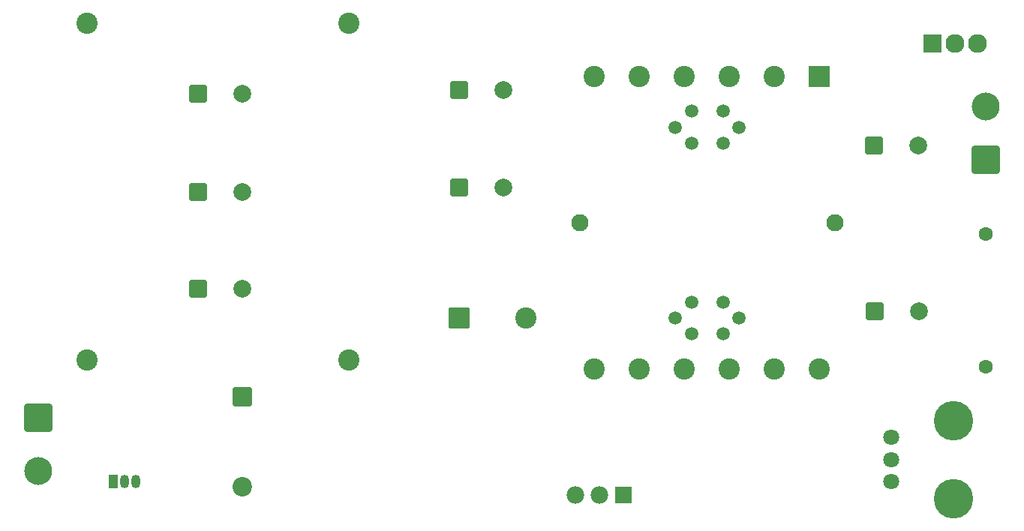
<source format=gbr>
%TF.GenerationSoftware,KiCad,Pcbnew,9.0.7*%
%TF.CreationDate,2026-01-07T19:43:00+01:00*%
%TF.ProjectId,power-electronics2,706f7765-722d-4656-9c65-6374726f6e69,rev?*%
%TF.SameCoordinates,Original*%
%TF.FileFunction,Soldermask,Bot*%
%TF.FilePolarity,Negative*%
%FSLAX46Y46*%
G04 Gerber Fmt 4.6, Leading zero omitted, Abs format (unit mm)*
G04 Created by KiCad (PCBNEW 9.0.7) date 2026-01-07 19:43:00*
%MOMM*%
%LPD*%
G01*
G04 APERTURE LIST*
G04 Aperture macros list*
%AMRoundRect*
0 Rectangle with rounded corners*
0 $1 Rounding radius*
0 $2 $3 $4 $5 $6 $7 $8 $9 X,Y pos of 4 corners*
0 Add a 4 corners polygon primitive as box body*
4,1,4,$2,$3,$4,$5,$6,$7,$8,$9,$2,$3,0*
0 Add four circle primitives for the rounded corners*
1,1,$1+$1,$2,$3*
1,1,$1+$1,$4,$5*
1,1,$1+$1,$6,$7*
1,1,$1+$1,$8,$9*
0 Add four rect primitives between the rounded corners*
20,1,$1+$1,$2,$3,$4,$5,0*
20,1,$1+$1,$4,$5,$6,$7,0*
20,1,$1+$1,$6,$7,$8,$9,0*
20,1,$1+$1,$8,$9,$2,$3,0*%
G04 Aperture macros list end*
%ADD10C,2.400000*%
%ADD11R,2.130000X2.130000*%
%ADD12C,2.130000*%
%ADD13RoundRect,0.249999X-0.850001X0.850001X-0.850001X-0.850001X0.850001X-0.850001X0.850001X0.850001X0*%
%ADD14C,2.200000*%
%ADD15R,1.050000X1.500000*%
%ADD16O,1.050000X1.500000*%
%ADD17RoundRect,0.250000X-0.750000X-0.750000X0.750000X-0.750000X0.750000X0.750000X-0.750000X0.750000X0*%
%ADD18C,2.000000*%
%ADD19C,1.500000*%
%ADD20C,1.950000*%
%ADD21C,1.600000*%
%ADD22R,2.400000X2.400000*%
%ADD23RoundRect,0.250000X1.325000X-1.325000X1.325000X1.325000X-1.325000X1.325000X-1.325000X-1.325000X0*%
%ADD24C,3.150000*%
%ADD25R,1.980000X1.980000*%
%ADD26C,1.980000*%
%ADD27C,1.800000*%
%ADD28C,4.460000*%
%ADD29RoundRect,0.250000X-1.325000X1.325000X-1.325000X-1.325000X1.325000X-1.325000X1.325000X1.325000X0*%
%ADD30RoundRect,0.250001X-0.949999X-0.949999X0.949999X-0.949999X0.949999X0.949999X-0.949999X0.949999X0*%
G04 APERTURE END LIST*
D10*
%TO.C,L4*%
X29677590Y-55377999D03*
X29677590Y-17377999D03*
%TD*%
D11*
%TO.C,D1*%
X125077589Y-19627999D03*
D12*
X127627589Y-19627999D03*
X130177590Y-19627999D03*
%TD*%
D13*
%TO.C,D2*%
X47177590Y-59547999D03*
D14*
X47177590Y-69707999D03*
%TD*%
D15*
%TO.C,Q2*%
X32637590Y-69127999D03*
D16*
X33907591Y-69127999D03*
X35177590Y-69127999D03*
%TD*%
D17*
%TO.C,C1*%
X118502590Y-31127999D03*
D18*
X123502590Y-31127999D03*
%TD*%
D17*
%TO.C,C7*%
X42206528Y-36377999D03*
D18*
X47206528Y-36377999D03*
%TD*%
D17*
%TO.C,C8*%
X71677590Y-24877999D03*
D18*
X76677590Y-24877999D03*
%TD*%
D17*
%TO.C,C6*%
X42177590Y-25342999D03*
D18*
X47177590Y-25342999D03*
%TD*%
D19*
%TO.C,L1*%
X97881539Y-27305641D03*
X96085488Y-29101692D03*
X97881539Y-30897743D03*
X97881539Y-48858256D03*
X96085488Y-50654307D03*
X97881539Y-52450358D03*
X101473641Y-52450358D03*
X103269693Y-50654307D03*
X101473641Y-48858256D03*
X101473641Y-30897743D03*
X103269693Y-29101692D03*
X101473641Y-27305641D03*
D20*
X85309180Y-39878000D03*
X114046000Y-39878000D03*
%TD*%
D21*
%TO.C,C2*%
X131122590Y-41137999D03*
X131122590Y-56137999D03*
%TD*%
D17*
%TO.C,C9*%
X71677590Y-35877999D03*
D18*
X76677590Y-35877999D03*
%TD*%
D22*
%TO.C,H1*%
X112337590Y-23377999D03*
D10*
X107257591Y-23377999D03*
X102177590Y-23377999D03*
X97097590Y-23377999D03*
X92017590Y-23377999D03*
X86937590Y-23377999D03*
X86937590Y-56397999D03*
X92017590Y-56397999D03*
X97097590Y-56397999D03*
X102177590Y-56397999D03*
X107257590Y-56397998D03*
X112337590Y-56397999D03*
%TD*%
D23*
%TO.C,J2*%
X131122590Y-32762999D03*
D24*
X131122590Y-26762999D03*
%TD*%
D25*
%TO.C,Q1*%
X90177590Y-70608999D03*
D26*
X87477590Y-70608999D03*
X84777589Y-70608999D03*
%TD*%
D17*
%TO.C,C4*%
X42177590Y-47342999D03*
D18*
X47177590Y-47342999D03*
%TD*%
D17*
%TO.C,C3*%
X118594913Y-49907999D03*
D18*
X123594913Y-49907999D03*
%TD*%
D27*
%TO.C,VR1*%
X120427590Y-64127999D03*
X120427590Y-66627999D03*
X120427590Y-69127999D03*
D28*
X127427590Y-62227999D03*
X127427590Y-71027999D03*
%TD*%
D10*
%TO.C,L3*%
X59177590Y-17377999D03*
X59177590Y-55377999D03*
%TD*%
D29*
%TO.C,J1*%
X24177590Y-61877999D03*
D24*
X24177590Y-67877999D03*
%TD*%
D30*
%TO.C,C5*%
X71677590Y-50627999D03*
D10*
X79177590Y-50627999D03*
%TD*%
M02*

</source>
